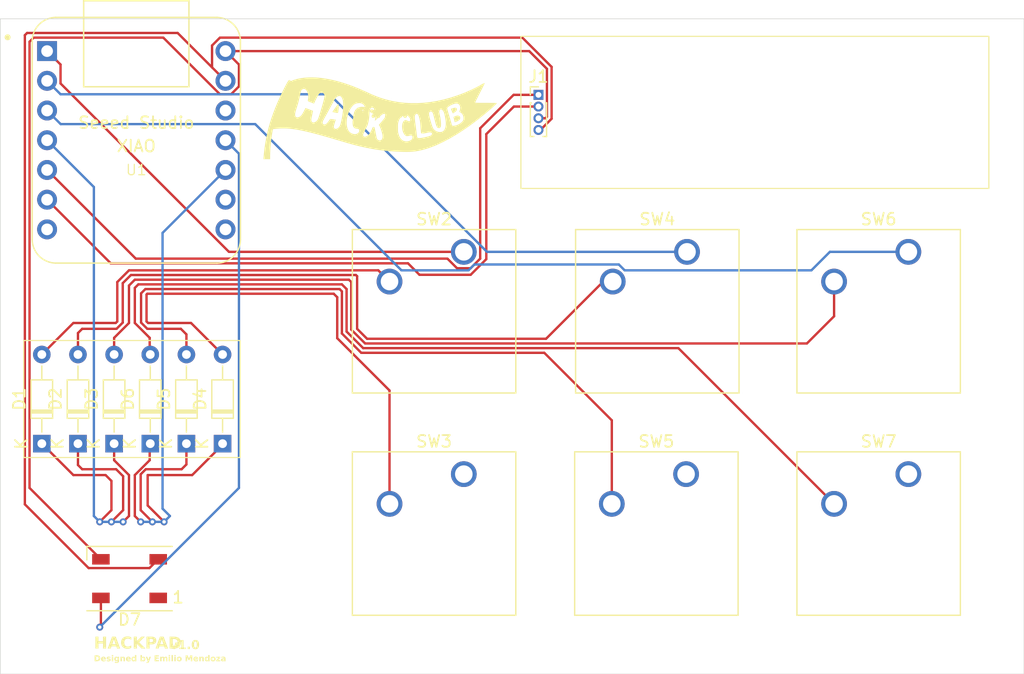
<source format=kicad_pcb>
(kicad_pcb (version 20240108) (generator "pcbnew") (generator_version "8.0")
  (layers (0 "F.Cu" signal) (31 "B.Cu" signal) (34 "B.Paste" user) (35 "F.Paste" user) (36 "B.SilkS" user "B.Silkscreen") (37 "F.SilkS" user "F.Silkscreen") (38 "B.Mask" user) (39 "F.Mask" user) (44 "Edge.Cuts" user))
  (net 0 "")
  (net 1 "GND")
  (net 5 "Net-(D1-A)")
  (net 6 "Col1")
  (net 7 "Net-(D2-A)")
  (net 8 "Net-(D3-A)")
  (net 9 "Net-(D4-A)")
  (net 10 "Net-(D5-A)")
  (net 11 "Net-(D6-A)")
  (net 12 "VCC")
  (net 13 "NEOPIXEL")
  (net 15 "SDA")
  (net 16 "SCL")
  (net 18 "Row1")
  (net 19 "Row2")
  (net 20 "Col2")
  (net 21 "Col3")
  (footprint "Diode_THT:D_DO-34_SOD68_P7.62mm_Horizontal" (layer "F.Cu") (at 104.14 105.815 90)
    (property "Reference" "D2" (at 3.81 -1.92 90) (layer "F.SilkS"))
    (property "Value" "D")
    (fp_text user "K" (at 0 -1.75 90) (layer "F.SilkS"))
    (pad "1" thru_hole rect (at 0 0 90) (size 1.5 1.5) (drill 0.75) (layers "*.Cu" "*.Mask") (net 18 "Row1"))
    (pad "2" thru_hole oval (at 7.62 0 90) (size 1.5 1.5) (drill 0.75) (layers "*.Cu" "*.Mask") (net 7 "Net-(D2-A)"))
  )
  (footprint "Button_Switch_Keyboard:SW_Cherry_MX_1.00u_PCB" (layer "F.Cu") (at 137.12 108.42)
    (property "Reference" "SW3" (at -2.54 -2.794 0) (layer "F.SilkS"))
    (property "Value" "SW_Push")
    (pad "" np_thru_hole circle (at -7.62 5.08) (size 1.7 1.7) (drill 1.7) (layers "*.Cu" "*.Mask"))
    (pad "" np_thru_hole circle (at -2.54 5.08) (size 4 4) (drill 4) (layers "*.Cu" "*.Mask"))
    (pad "" np_thru_hole circle (at 2.54 5.08) (size 1.7 1.7) (drill 1.7) (layers "*.Cu" "*.Mask"))
    (pad "1" thru_hole circle (at 0 0) (size 2.2 2.2) (drill 1.5) (layers "*.Cu" "*.Mask") (net 6 "Col1"))
    (pad "2" thru_hole circle (at -6.35 2.54) (size 2.2 2.2) (drill 1.5) (layers "*.Cu" "*.Mask") (net 9 "Net-(D4-A)"))
  )
  (footprint "Diode_THT:D_DO-34_SOD68_P7.62mm_Horizontal" (layer "F.Cu") (at 113.41 105.815 90)
    (property "Reference" "D5" (at 3.81 -1.92 90) (layer "F.SilkS"))
    (property "Value" "D")
    (fp_text user "K" (at 0 -1.75 90) (layer "F.SilkS"))
    (pad "1" thru_hole rect (at 0 0 90) (size 1.5 1.5) (drill 0.75) (layers "*.Cu" "*.Mask") (net 19 "Row2"))
    (pad "2" thru_hole oval (at 7.62 0 90) (size 1.5 1.5) (drill 0.75) (layers "*.Cu" "*.Mask") (net 10 "Net-(D5-A)"))
  )
  (footprint "Button_Switch_Keyboard:SW_Cherry_MX_1.00u_PCB" (layer "F.Cu") (at 175.12 108.42)
    (property "Reference" "SW7" (at -2.54 -2.794 0) (layer "F.SilkS"))
    (property "Value" "SW_Push")
    (pad "" np_thru_hole circle (at -7.62 5.08) (size 1.7 1.7) (drill 1.7) (layers "*.Cu" "*.Mask"))
    (pad "" np_thru_hole circle (at -2.54 5.08) (size 4 4) (drill 4) (layers "*.Cu" "*.Mask"))
    (pad "" np_thru_hole circle (at 2.54 5.08) (size 1.7 1.7) (drill 1.7) (layers "*.Cu" "*.Mask"))
    (pad "1" thru_hole circle (at 0 0) (size 2.2 2.2) (drill 1.5) (layers "*.Cu" "*.Mask") (net 21 "Col3"))
    (pad "2" thru_hole circle (at -6.35 2.54) (size 2.2 2.2) (drill 1.5) (layers "*.Cu" "*.Mask") (net 11 "Net-(D6-A)"))
  )
  (footprint "Diode_THT:D_DO-34_SOD68_P7.62mm_Horizontal" (layer "F.Cu") (at 101.05 105.815 90)
    (property "Reference" "D1" (at 3.81 -1.92 90) (layer "F.SilkS"))
    (property "Value" "D")
    (fp_text user "K" (at 0 -1.75 90) (layer "F.SilkS"))
    (pad "1" thru_hole rect (at 0 0 90) (size 1.5 1.5) (drill 0.75) (layers "*.Cu" "*.Mask") (net 18 "Row1"))
    (pad "2" thru_hole oval (at 7.62 0 90) (size 1.5 1.5) (drill 0.75) (layers "*.Cu" "*.Mask") (net 5 "Net-(D1-A)"))
  )
  (footprint "LED_SMD:LED_WS2812B_PLCC4_5.0x5.0mm_P3.2mm" (layer "F.Cu") (at 108.55 117.35 180)
    (property "Reference" "D7" (at 0 -3.5 360) (layer "F.SilkS"))
    (property "Value" "NeoPixel_THT")
    (fp_text user "1" (at -4.15 -1.6 360) (layer "F.SilkS"))
    (pad "1" smd rect (at -2.45 -1.65 180) (size 1.5 0.9) (layers "F.Cu" "F.Paste" "F.Mask"))
    (pad "2" smd rect (at -2.45 1.65 180) (size 1.5 0.9) (layers "F.Cu" "F.Paste" "F.Mask") (net 1 "GND"))
    (pad "3" smd rect (at 2.45 1.65 180) (size 1.5 0.9) (layers "F.Cu" "F.Paste" "F.Mask") (net 12 "VCC"))
    (pad "4" smd rect (at 2.45 -1.65 180) (size 1.5 0.9) (layers "F.Cu" "F.Paste" "F.Mask") (net 13 "NEOPIXEL"))
  )
  (footprint "Diode_THT:D_DO-34_SOD68_P7.62mm_Horizontal" (layer "F.Cu") (at 110.32 105.815 90)
    (property "Reference" "D6" (at 3.81 -1.92 90) (layer "F.SilkS"))
    (property "Value" "D")
    (fp_text user "K" (at 0 -1.75 90) (layer "F.SilkS"))
    (pad "1" thru_hole rect (at 0 0 90) (size 1.5 1.5) (drill 0.75) (layers "*.Cu" "*.Mask") (net 19 "Row2"))
    (pad "2" thru_hole oval (at 7.62 0 90) (size 1.5 1.5) (drill 0.75) (layers "*.Cu" "*.Mask") (net 11 "Net-(D6-A)"))
  )
  (footprint "MountingHole:MountingHole_3.2mm_M3" (layer "F.Cu") (at 121.5 97)
    (property "Reference" "REF**" (hide yes))
    (property "Value" "MountingHole_3.2mm_M3")
    (pad "" np_thru_hole circle (at 0 0) (size 3.2 3.2) (drill 3.2) (layers "F&B.Cu" "*.Mask"))
  )
  (footprint "Button_Switch_Keyboard:SW_Cherry_MX_1.00u_PCB" (layer "F.Cu") (at 156.2 89.42)
    (property "Reference" "SW4" (at -2.54 -2.794 0) (layer "F.SilkS"))
    (property "Value" "SW_Push")
    (pad "" np_thru_hole circle (at -7.62 5.08) (size 1.7 1.7) (drill 1.7) (layers "*.Cu" "*.Mask"))
    (pad "" np_thru_hole circle (at -2.54 5.08) (size 4 4) (drill 4) (layers "*.Cu" "*.Mask"))
    (pad "" np_thru_hole circle (at 2.54 5.08) (size 1.7 1.7) (drill 1.7) (layers "*.Cu" "*.Mask"))
    (pad "1" thru_hole circle (at 0 0) (size 2.2 2.2) (drill 1.5) (layers "*.Cu" "*.Mask") (net 20 "Col2"))
    (pad "2" thru_hole circle (at -6.35 2.54) (size 2.2 2.2) (drill 1.5) (layers "*.Cu" "*.Mask") (net 7 "Net-(D2-A)"))
  )
  (footprint "Button_Switch_Keyboard:SW_Cherry_MX_1.00u_PCB" (layer "F.Cu") (at 175.12 89.42)
    (property "Reference" "SW6" (at -2.54 -2.794 0) (layer "F.SilkS"))
    (property "Value" "SW_Push")
    (pad "" np_thru_hole circle (at -7.62 5.08) (size 1.7 1.7) (drill 1.7) (layers "*.Cu" "*.Mask"))
    (pad "" np_thru_hole circle (at -2.54 5.08) (size 4 4) (drill 4) (layers "*.Cu" "*.Mask"))
    (pad "" np_thru_hole circle (at 2.54 5.08) (size 1.7 1.7) (drill 1.7) (layers "*.Cu" "*.Mask"))
    (pad "1" thru_hole circle (at 0 0) (size 2.2 2.2) (drill 1.5) (layers "*.Cu" "*.Mask") (net 21 "Col3"))
    (pad "2" thru_hole circle (at -6.35 2.54) (size 2.2 2.2) (drill 1.5) (layers "*.Cu" "*.Mask") (net 8 "Net-(D3-A)"))
  )
  (footprint "Button_Switch_Keyboard:SW_Cherry_MX_1.00u_PCB" (layer "F.Cu") (at 156.12 108.42)
    (property "Reference" "SW5" (at -2.54 -2.794 0) (layer "F.SilkS"))
    (property "Value" "SW_Push")
    (pad "" np_thru_hole circle (at -7.62 5.08) (size 1.7 1.7) (drill 1.7) (layers "*.Cu" "*.Mask"))
    (pad "" np_thru_hole circle (at -2.54 5.08) (size 4 4) (drill 4) (layers "*.Cu" "*.Mask"))
    (pad "" np_thru_hole circle (at 2.54 5.08) (size 1.7 1.7) (drill 1.7) (layers "*.Cu" "*.Mask"))
    (pad "1" thru_hole circle (at 0 0) (size 2.2 2.2) (drill 1.5) (layers "*.Cu" "*.Mask") (net 20 "Col2"))
    (pad "2" thru_hole circle (at -6.35 2.54) (size 2.2 2.2) (drill 1.5) (layers "*.Cu" "*.Mask") (net 10 "Net-(D5-A)"))
  )
  (footprint "Diode_THT:D_DO-34_SOD68_P7.62mm_Horizontal" (layer "F.Cu") (at 107.23 105.815 90)
    (property "Reference" "D3" (at 3.81 -1.92 90) (layer "F.SilkS"))
    (property "Value" "D")
    (fp_text user "K" (at 0 -1.75 90) (layer "F.SilkS"))
    (pad "1" thru_hole rect (at 0 0 90) (size 1.5 1.5) (drill 0.75) (layers "*.Cu" "*.Mask") (net 18 "Row1"))
    (pad "2" thru_hole oval (at 7.62 0 90) (size 1.5 1.5) (drill 0.75) (layers "*.Cu" "*.Mask") (net 8 "Net-(D3-A)"))
  )
  (footprint "LOGO" (layer "F.Cu") (at 130 78)
    (property "Reference" "G***" (at 0 0 0) (layer "F.SilkS") (effects (font (size 1.5 1.5) (thickness 0.3))))
    (property "Value" "LOGO" (hide yes))
  )
  (footprint "Diode_THT:D_DO-34_SOD68_P7.62mm_Horizontal" (layer "F.Cu") (at 116.5 105.815 90)
    (property "Reference" "D4" (at 3.81 -1.92 90) (layer "F.SilkS"))
    (property "Value" "D")
    (fp_text user "K" (at 0 -1.75 90) (layer "F.SilkS"))
    (pad "1" thru_hole rect (at 0 0 90) (size 1.5 1.5) (drill 0.75) (layers "*.Cu" "*.Mask") (net 19 "Row2"))
    (pad "2" thru_hole oval (at 7.62 0 90) (size 1.5 1.5) (drill 0.75) (layers "*.Cu" "*.Mask") (net 9 "Net-(D4-A)"))
  )
  (footprint "Button_Switch_Keyboard:SW_Cherry_MX_1.00u_PCB" (layer "F.Cu") (at 137.12 89.42)
    (property "Reference" "SW2" (at -2.54 -2.794 0) (layer "F.SilkS"))
    (property "Value" "SW_Push")
    (pad "" np_thru_hole circle (at -7.62 5.08) (size 1.7 1.7) (drill 1.7) (layers "*.Cu" "*.Mask"))
    (pad "" np_thru_hole circle (at -2.54 5.08) (size 4 4) (drill 4) (layers "*.Cu" "*.Mask"))
    (pad "" np_thru_hole circle (at 2.54 5.08) (size 1.7 1.7) (drill 1.7) (layers "*.Cu" "*.Mask"))
    (pad "1" thru_hole circle (at 0 0) (size 2.2 2.2) (drill 1.5) (layers "*.Cu" "*.Mask") (net 6 "Col1"))
    (pad "2" thru_hole circle (at -6.35 2.54) (size 2.2 2.2) (drill 1.5) (layers "*.Cu" "*.Mask") (net 5 "Net-(D1-A)"))
  )
  (footprint "Seeed Studio XIAO Series Library:XIAO-Generic-Thruhole-14P-2.54-21X17.8MM" (layer "F.Cu") (at 109.125 79.88)
    (property "Reference" "U1" (at 0 2.54 0) (layer "F.SilkS") (effects (font (size 0.889 0.889) (thickness 0.1016))))
    (property "Value" "Seeed Studio XIAO SAMD21" (hide yes))
    (fp_text user "Seeed Studio" (at 0 -1.5 0) (layer "F.SilkS"))
    (fp_text user "XIAO" (at 0 0.5 0) (layer "F.SilkS"))
    (pad "1" thru_hole rect (at -7.625 -7.62) (size 1.7 1.7) (drill 1) (layers "*.Cu" "*.Mask") (net 6 "Col1"))
    (pad "2" thru_hole circle (at -7.625 -5.08) (size 1.7 1.7) (drill 1) (layers "*.Cu" "*.Mask") (net 20 "Col2"))
    (pad "3" thru_hole circle (at -7.625 -2.54) (size 1.7 1.7) (drill 1) (layers "*.Cu" "*.Mask") (net 21 "Col3"))
    (pad "4" thru_hole circle (at -7.625 0) (size 1.7 1.7) (drill 1) (layers "*.Cu" "*.Mask") (net 18 "Row1"))
    (pad "5" thru_hole circle (at -7.625 2.54) (size 1.7 1.7) (drill 1) (layers "*.Cu" "*.Mask") (net 15 "SDA"))
    (pad "6" thru_hole circle (at -7.625 5.08 180) (size 1.7 1.7) (drill 1) (layers "*.Cu" "*.Mask") (net 16 "SCL"))
    (pad "7" thru_hole circle (at -7.625 7.62) (size 1.7 1.7) (drill 1) (layers "*.Cu" "*.Mask"))
    (pad "8" thru_hole circle (at 7.625 7.62) (size 1.7 1.7) (drill 1) (layers "*.Cu" "*.Mask"))
    (pad "9" thru_hole circle (at 7.625 5.08) (size 1.7 1.7) (drill 1) (layers "*.Cu" "*.Mask"))
    (pad "10" thru_hole circle (at 7.625 2.54) (size 1.7 1.7) (drill 1) (layers "*.Cu" "*.Mask") (net 19 "Row2"))
    (pad "11" thru_hole circle (at 7.625 0) (size 1.7 1.7) (drill 1) (layers "*.Cu" "*.Mask") (net 13 "NEOPIXEL"))
    (pad "12" thru_hole circle (at 7.625 -2.54) (size 1.7 1.7) (drill 1) (layers "*.Cu" "*.Mask"))
    (pad "13" thru_hole circle (at 7.625 -5.08) (size 1.7 1.7) (drill 1) (layers "*.Cu" "*.Mask") (net 1 "GND"))
    (pad "14" thru_hole circle (at 7.625 -7.62) (size 1.7 1.7) (drill 1) (layers "*.Cu" "*.Mask") (net 12 "VCC"))
  )
  (footprint "Connector_PinHeader_1.00mm:PinHeader_1x04_P1.00mm_Vertical" (layer "F.Cu") (at 143.5 76)
    (property "Reference" "J1" (at 0 -1.56 0) (layer "F.SilkS"))
    (property "Value" "Oled Pins")
    (pad "1" thru_hole rect (at 0 0) (size 0.85 0.85) (drill 0.5) (layers "*.Cu" "*.Mask") (net 15 "SDA"))
    (pad "2" thru_hole oval (at 0 1) (size 0.85 0.85) (drill 0.5) (layers "*.Cu" "*.Mask") (net 16 "SCL"))
    (pad "3" thru_hole oval (at 0 2) (size 0.85 0.85) (drill 0.5) (layers "*.Cu" "*.Mask") (net 12 "VCC"))
    (pad "4" thru_hole oval (at 0 3) (size 0.85 0.85) (drill 0.5) (layers "*.Cu" "*.Mask") (net 1 "GND"))
  )
  (gr_rect (start 99.5 97) (end 118 107) (stroke (width 0.1)) (fill none) (layer "F.SilkS"))
  (gr_rect (start 142 71) (end 182 84) (stroke (width 0.1)) (fill none) (layer "F.SilkS"))
  (gr_rect (start 97.5 69.5) (end 185 125.5) (stroke (width 0.05)) (fill none) (layer "Edge.Cuts"))
  (gr_text "Designed by Emilio Mendoza" (at 105.5 124.5 0) (layer "F.SilkS") (effects (font (size 0.5 0.5) (thickness 0.125) (bold yes)) (justify left bottom)))
  (gr_text "v1.0" (at 112 123.5 0) (layer "F.SilkS") (effects (font (size 0.75 0.75) (thickness 0.1875) (bold yes)) (justify left bottom)))
  (gr_text "HACKPAD" (at 105.5 123.5 0) (layer "F.SilkS") (effects (font (size 1 1) (thickness 0.2) (bold yes)) (justify left bottom)))
  (segment (start 142.125686 71.11) (end 116.273654 71.11) (width 0.2) (layer "F.Cu") (net 1))
  (segment (start 111 115.7) (end 110.25 116.45) (width 0.2) (layer "F.Cu") (net 1))
  (segment (start 105.05 116.45) (end 99.6 111) (width 0.2) (layer "F.Cu") (net 1))
  (segment (start 110.25 116.45) (end 105.05 116.45) (width 0.2) (layer "F.Cu") (net 1))
  (segment (start 99.6 111) (end 99.6 70.9) (width 0.2) (layer "F.Cu") (net 1))
  (segment (start 116.273654 71.11) (end 115.6 71.783654) (width 0.2) (layer "F.Cu") (net 1))
  (segment (start 115.6 71.783654) (end 115.6 73.65) (width 0.2) (layer "F.Cu") (net 1))
  (segment (start 115.6 73.65) (end 116.75 74.8) (width 0.2) (layer "F.Cu") (net 1))
  (segment (start 143.666726 79) (end 143.5 79) (width 0.2) (layer "F.Cu") (net 1))
  (segment (start 112.66 70.71) (end 115.6 73.65) (width 0.2) (layer "F.Cu") (net 1))
  (segment (start 144.625 78.041726) (end 143.666726 79) (width 0.2) (layer "F.Cu") (net 1))
  (segment (start 144.625 73.609314) (end 142.125686 71.11) (width 0.2) (layer "F.Cu") (net 1))
  (segment (start 144.625 73.609314) (end 144.625 78.041726) (width 0.2) (layer "F.Cu") (net 1))
  (segment (start 99.6 70.9) (end 99.79 70.71) (width 0.2) (layer "F.Cu") (net 1))
  (segment (start 99.79 70.71) (end 112.66 70.71) (width 0.2) (layer "F.Cu") (net 1))
  (segment (start 129.81 91) (end 130.77 91.96) (width 0.2) (layer "F.Cu") (net 5))
  (segment (start 107.5 95.368628) (end 107.5 92) (width 0.2) (layer "F.Cu") (net 5))
  (segment (start 107.368628 95.5) (end 107.5 95.368628) (width 0.2) (layer "F.Cu") (net 5))
  (segment (start 108.5 91) (end 129.81 91) (width 0.2) (layer "F.Cu") (net 5))
  (segment (start 103.745 95.5) (end 107.368628 95.5) (width 0.2) (layer "F.Cu") (net 5))
  (segment (start 101.05 98.195) (end 103.745 95.5) (width 0.2) (layer "F.Cu") (net 5))
  (segment (start 107.5 92) (end 108.5 91) (width 0.2) (layer "F.Cu") (net 5))
  (segment (start 102.65 73.41) (end 101.5 72.26) (width 0.2) (layer "F.Cu") (net 6))
  (segment (start 102.65 75.026346) (end 102.65 73.41) (width 0.2) (layer "F.Cu") (net 6))
  (segment (start 137.12 89.42) (end 117.043654 89.42) (width 0.2) (layer "F.Cu") (net 6))
  (segment (start 117.043654 89.42) (end 102.65 75.026346) (width 0.2) (layer "F.Cu") (net 6))
  (segment (start 107.967157 95.467157) (end 107.967157 92.098529) (width 0.2) (layer "F.Cu") (net 7))
  (segment (start 104.14 98.195) (end 104.14 96.36) (width 0.2) (layer "F.Cu") (net 7))
  (segment (start 104.14 96.36) (end 104.5 96) (width 0.2) (layer "F.Cu") (net 7))
  (segment (start 107.967157 92.098529) (end 108.665686 91.4) (width 0.2) (layer "F.Cu") (net 7))
  (segment (start 127.9 91.4) (end 128 91.5) (width 0.2) (layer "F.Cu") (net 7))
  (segment (start 107.434314 96) (end 107.967157 95.467157) (width 0.2) (layer "F.Cu") (net 7))
  (segment (start 128 96) (end 128.85 96.85) (width 0.2) (layer "F.Cu") (net 7))
  (segment (start 108.665686 91.4) (end 127.9 91.4) (width 0.2) (layer "F.Cu") (net 7))
  (segment (start 104.5 96) (end 107.434314 96) (width 0.2) (layer "F.Cu") (net 7))
  (segment (start 128 91.5) (end 128 96) (width 0.2) (layer "F.Cu") (net 7))
  (segment (start 149.04 91.96) (end 149.85 91.96) (width 0.2) (layer "F.Cu") (net 7))
  (segment (start 128.85 96.85) (end 144.15 96.85) (width 0.2) (layer "F.Cu") (net 7))
  (segment (start 144.15 96.85) (end 149.04 91.96) (width 0.2) (layer "F.Cu") (net 7))
  (segment (start 128.684314 97.25) (end 166.447056 97.25) (width 0.2) (layer "F.Cu") (net 8))
  (segment (start 107.23 96.77) (end 108.5 95.5) (width 0.2) (layer "F.Cu") (net 8))
  (segment (start 109 91.8) (end 127.3 91.8) (width 0.2) (layer "F.Cu") (net 8))
  (segment (start 108.5 92.3) (end 109 91.8) (width 0.2) (layer "F.Cu") (net 8))
  (segment (start 127.3 91.8) (end 127.5 92) (width 0.2) (layer "F.Cu") (net 8))
  (segment (start 108.5 95.5) (end 108.5 92.3) (width 0.2) (layer "F.Cu") (net 8))
  (segment (start 107.23 98.195) (end 107.23 96.77) (width 0.2) (layer "F.Cu") (net 8))
  (segment (start 166.447056 97.25) (end 168.77 94.927056) (width 0.2) (layer "F.Cu") (net 8))
  (segment (start 168.77 94.927056) (end 168.77 91.96) (width 0.2) (layer "F.Cu") (net 8))
  (segment (start 127.5 92) (end 127.5 96.065686) (width 0.2) (layer "F.Cu") (net 8))
  (segment (start 127.5 96.065686) (end 128.684314 97.25) (width 0.2) (layer "F.Cu") (net 8))
  (segment (start 110.131372 95.5) (end 110 95.368628) (width 0.2) (layer "F.Cu") (net 9))
  (segment (start 130.77 101.27) (end 130.77 110.96) (width 0.2) (layer "F.Cu") (net 9))
  (segment (start 110 93.065686) (end 110.065686 93) (width 0.2) (layer "F.Cu") (net 9))
  (segment (start 116.5 98.195) (end 113.805 95.5) (width 0.2) (layer "F.Cu") (net 9))
  (segment (start 110 95.368628) (end 110 93.065686) (width 0.2) (layer "F.Cu") (net 9))
  (segment (start 126.3 96.8) (end 130.77 101.27) (width 0.2) (layer "F.Cu") (net 9))
  (segment (start 126.3 93.3) (end 126.3 96.8) (width 0.2) (layer "F.Cu") (net 9))
  (segment (start 110.065686 93) (end 126 93) (width 0.2) (layer "F.Cu") (net 9))
  (segment (start 113.805 95.5) (end 110.131372 95.5) (width 0.2) (layer "F.Cu") (net 9))
  (segment (start 126 93) (end 126.3 93.3) (width 0.2) (layer "F.Cu") (net 9))
  (segment (start 113.41 98.195) (end 113.41 96.475686) (width 0.2) (layer "F.Cu") (net 10))
  (segment (start 126.7 96.397058) (end 128.352942 98.05) (width 0.2) (layer "F.Cu") (net 10))
  (segment (start 112.934314 96) (end 110.065686 96) (width 0.2) (layer "F.Cu") (net 10))
  (segment (start 113.41 96.475686) (end 112.934314 96) (width 0.2) (layer "F.Cu") (net 10))
  (segment (start 149.77 103.82) (end 149.77 110.96) (width 0.2) (layer "F.Cu") (net 10))
  (segment (start 144 98.05) (end 149.77 103.82) (width 0.2) (layer "F.Cu") (net 10))
  (segment (start 110.065686 96) (end 109.532843 95.467157) (width 0.2) (layer "F.Cu") (net 10))
  (segment (start 109.9 92.6) (end 126.5 92.6) (width 0.2) (layer "F.Cu") (net 10))
  (segment (start 126.7 92.8) (end 126.7 96.397058) (width 0.2) (layer "F.Cu") (net 10))
  (segment (start 109.532843 92.967157) (end 109.9 92.6) (width 0.2) (layer "F.Cu") (net 10))
  (segment (start 126.5 92.6) (end 126.7 92.8) (width 0.2) (layer "F.Cu") (net 10))
  (segment (start 109.532843 95.467157) (end 109.532843 92.967157) (width 0.2) (layer "F.Cu") (net 10))
  (segment (start 128.352942 98.05) (end 144 98.05) (width 0.2) (layer "F.Cu") (net 10))
  (segment (start 110.27 98.195) (end 110.27 96.77) (width 0.2) (layer "F.Cu") (net 11))
  (segment (start 155.46 97.65) (end 168.77 110.96) (width 0.2) (layer "F.Cu") (net 11))
  (segment (start 109 92.5) (end 109.3 92.2) (width 0.2) (layer "F.Cu") (net 11))
  (segment (start 128.518628 97.65) (end 155.46 97.65) (width 0.2) (layer "F.Cu") (net 11))
  (segment (start 109.3 92.2) (end 126.7 92.2) (width 0.2) (layer "F.Cu") (net 11))
  (segment (start 109 95.5) (end 109 92.5) (width 0.2) (layer "F.Cu") (net 11))
  (segment (start 127.1 96.231372) (end 128.518628 97.65) (width 0.2) (layer "F.Cu") (net 11))
  (segment (start 126.7 92.2) (end 127.1 92.6) (width 0.2) (layer "F.Cu") (net 11))
  (segment (start 127.1 92.6) (end 127.1 96.231372) (width 0.2) (layer "F.Cu") (net 11))
  (segment (start 110.27 96.77) (end 109 95.5) (width 0.2) (layer "F.Cu") (net 11))
  (segment (start 100.35 71.11) (end 111.433654 71.11) (width 0.2) (layer "F.Cu") (net 12))
  (segment (start 144.10104 78) (end 143.5 78) (width 0.2) (layer "F.Cu") (net 12))
  (segment (start 117.226346 75.95) (end 117.9 75.276346) (width 0.2) (layer "F.Cu") (net 12))
  (segment (start 100 109.6) (end 100 71.46) (width 0.2) (layer "F.Cu") (net 12))
  (segment (start 116.273654 75.95) (end 117.226346 75.95) (width 0.2) (layer "F.Cu") (net 12))
  (segment (start 144.225 73.775) (end 144.225 77.87604) (width 0.2) (layer "F.Cu") (net 12))
  (segment (start 142.71 72.26) (end 116.75 72.26) (width 0.2) (layer "F.Cu") (net 12))
  (segment (start 117.9 73.41) (end 116.75 72.26) (width 0.2) (layer "F.Cu") (net 12))
  (segment (start 117.9 75.276346) (end 117.9 73.41) (width 0.2) (layer "F.Cu") (net 12))
  (segment (start 144.225 73.775) (end 142.71 72.26) (width 0.2) (layer "F.Cu") (net 12))
  (segment (start 100 71.46) (end 100.35 71.11) (width 0.2) (layer "F.Cu") (net 12))
  (segment (start 144.225 77.87604) (end 144.10104 78) (width 0.2) (layer "F.Cu") (net 12))
  (segment (start 106.1 115.7) (end 100 109.6) (width 0.2) (layer "F.Cu") (net 12))
  (segment (start 111.433654 71.11) (end 116.273654 75.95) (width 0.2) (layer "F.Cu") (net 12))
  (segment (start 106.1 121.4) (end 106 121.5) (width 0.2) (layer "F.Cu") (net 13))
  (segment (start 106.1 119) (end 106.1 121.4) (width 0.2) (layer "F.Cu") (net 13))
  (via (at 106 121.5) (size 0.6) (drill 0.3) (layers "F.Cu" "B.Cu") (net 13))
  (segment (start 106 121.5) (end 117.9 109.6) (width 0.2) (layer "B.Cu") (net 13))
  (segment (start 117.9 81.03) (end 116.75 79.88) (width 0.2) (layer "B.Cu") (net 13))
  (segment (start 117.9 109.6) (end 117.9 81.03) (width 0.2) (layer "B.Cu") (net 13))
  (segment (start 138.52 89.999899) (end 137.699899 90.82) (width 0.2) (layer "F.Cu") (net 15))
  (segment (start 141.375 76) (end 143.5 76) (width 0.2) (layer "F.Cu") (net 15))
  (segment (start 138.52 78.855) (end 138.52 89.999899) (width 0.2) (layer "F.Cu") (net 15))
  (segment (start 109.079899 89.999899) (end 101.5 82.42) (width 0.2) (layer "F.Cu") (net 15))
  (segment (start 136.540101 90.82) (end 135.72 89.999899) (width 0.2) (layer "F.Cu") (net 15))
  (segment (start 138.52 78.855) (end 141.375 76) (width 0.2) (layer "F.Cu") (net 15))
  (segment (start 135.72 89.999899) (end 109.079899 89.999899) (width 0.2) (layer "F.Cu") (net 15))
  (segment (start 137.699899 90.82) (end 136.540101 90.82) (width 0.2) (layer "F.Cu") (net 15))
  (segment (start 139.042793 79.356167) (end 141.39896 77) (width 0.2) (layer "F.Cu") (net 16))
  (segment (start 132.349596 90.399899) (end 106.939899 90.399899) (width 0.2) (layer "F.Cu") (net 16))
  (segment (start 139.042793 79.356167) (end 139.042793 90.042793) (width 0.2) (layer "F.Cu") (net 16))
  (segment (start 139.042793 90.042793) (end 137.705484 91.380101) (width 0.2) (layer "F.Cu") (net 16))
  (segment (start 106.939899 90.399899) (end 101.5 84.96) (width 0.2) (layer "F.Cu") (net 16))
  (segment (start 141.39896 77) (end 143.5 77) (width 0.2) (layer "F.Cu") (net 16))
  (segment (start 133.329798 91.380101) (end 132.349596 90.399899) (width 0.2) (layer "F.Cu") (net 16))
  (segment (start 137.705484 91.380101) (end 133.329798 91.380101) (width 0.2) (layer "F.Cu") (net 16))
  (segment (start 108.5 112) (end 108.5 108.5) (width 0.2) (layer "F.Cu") (net 18))
  (segment (start 108 111.5) (end 107 112.5) (width 0.2) (layer "F.Cu") (net 18))
  (segment (start 107.23 107.23) (end 107.23 105.805) (width 0.2) (layer "F.Cu") (net 18))
  (segment (start 104.5 108) (end 107.4 108) (width 0.2) (layer "F.Cu") (net 18))
  (segment (start 107 109) (end 107 111.5) (width 0.2) (layer "F.Cu") (net 18))
  (segment (start 101.05 105.805) (end 103.745 108.5) (width 0.2) (layer "F.Cu") (net 18))
  (segment (start 108.5 108.5) (end 107.23 107.23) (width 0.2) (layer "F.Cu") (net 18))
  (segment (start 106.5 108.5) (end 107 109) (width 0.2) (layer "F.Cu") (net 18))
  (segment (start 107 111.5) (end 106 112.5) (width 0.2) (layer "F.Cu") (net 18))
  (segment (start 108 112.5) (end 108.5 112) (width 0.2) (layer "F.Cu") (net 18))
  (segment (start 108 108.6) (end 108 111.5) (width 0.2) (layer "F.Cu") (net 18))
  (segment (start 104.14 105.805) (end 104.14 107.64) (width 0.2) (layer "F.Cu") (net 18))
  (segment (start 103.745 108.5) (end 106.5 108.5) (width 0.2) (layer "F.Cu") (net 18))
  (segment (start 104.14 107.64) (end 104.5 108) (width 0.2) (layer "F.Cu") (net 18))
  (segment (start 107.4 108) (end 108 108.6) (width 0.2) (layer "F.Cu") (net 18))
  (via (at 107 112.5) (size 0.6) (drill 0.3) (layers "F.Cu" "B.Cu") (net 18))
  (via (at 106 112.5) (size 0.6) (drill 0.3) (layers "F.Cu" "B.Cu") (net 18))
  (via (at 108 112.5) (size 0.6) (drill 0.3) (layers "F.Cu" "B.Cu") (net 18))
  (segment (start 105.5 112) (end 105.5 83.88) (width 0.2) (layer "B.Cu") (net 18))
  (segment (start 105.5 83.88) (end 101.5 79.88) (width 0.2) (layer "B.Cu") (net 18))
  (segment (start 106 112.5) (end 105.5 112) (width 0.2) (layer "B.Cu") (net 18))
  (segment (start 108 112.5) (end 107 112.5) (width 0.2) (layer "B.Cu") (net 18))
  (segment (start 107 112.5) (end 106 112.5) (width 0.2) (layer "B.Cu") (net 18))
  (segment (start 109 108.5) (end 110.27 107.23) (width 0.2) (layer "F.Cu") (net 19))
  (segment (start 113.41 107.59) (end 113 108) (width 0.2) (layer "F.Cu") (net 19))
  (segment (start 109 112) (end 109 108.5) (width 0.2) (layer "F.Cu") (net 19))
  (segment (start 113 108) (end 109.934315 108) (width 0.2) (layer "F.Cu") (net 19))
  (segment (start 111.5 112.5) (end 110.0975 111.0975) (width 0.2) (layer "F.Cu") (net 19))
  (segment (start 110.0975 111.0975) (end 110.0975 108.5) (width 0.2) (layer "F.Cu") (net 19))
  (segment (start 113.41 105.805) (end 113.41 107.59) (width 0.2) (layer "F.Cu") (net 19))
  (segment (start 110.0975 108.5) (end 113.9025 108.5) (width 0.2) (layer "F.Cu") (net 19))
  (segment (start 109.934315 108) (end 109.5 108.434315) (width 0.2) (layer "F.Cu") (net 19))
  (segment (start 113.9025 108.5) (end 116.5975 105.805) (width 0.2) (layer "F.Cu") (net 19))
  (segment (start 109.5 111.5) (end 109.5 108.434315) (width 0.2) (layer "F.Cu") (net 19))
  (segment (start 109.5 112.5) (end 109 112) (width 0.2) (layer "F.Cu") (net 19))
  (segment (start 110.27 107.23) (end 110.27 105.805) (width 0.2) (layer "F.Cu") (net 19))
  (segment (start 110.5 112.5) (end 109.5 111.5) (width 0.2) (layer "F.Cu") (net 19))
  (via (at 109.5 112.5) (size 0.6) (drill 0.3) (layers "F.Cu" "B.Cu") (net 19))
  (via (at 111.5 112.5) (size 0.6) (drill 0.3) (layers "F.Cu" "B.Cu") (net 19))
  (via (at 110.5 112.5) (size 0.6) (drill 0.3) (layers "F.Cu" "B.Cu") (net 19))
  (segment (start 111.5 112.5) (end 112 112) (width 0.2) (layer "B.Cu") (net 19))
  (segment (start 110.5 112.5) (end 109.5 112.5) (width 0.2) (layer "B.Cu") (net 19))
  (segment (start 112 112) (end 111.37 111.37) (width 0.2) (layer "B.Cu") (net 19))
  (segment (start 111.37 87.8) (end 116.75 82.42) (width 0.2) (layer "B.Cu") (net 19))
  (segment (start 111.5 112.5) (end 110.5 112.5) (width 0.2) (layer "B.Cu") (net 19))
  (segment (start 111.37 111.37) (end 111.37 87.8) (width 0.2) (layer "B.Cu") (net 19))
  (segment (start 102.65 75.95) (end 101.5 74.8) (width 0.2) (layer "B.Cu") (net 20))
  (segment (start 139.099899 89.42) (end 125.629899 75.95) (width 0.2) (layer "B.Cu") (net 20))
  (segment (start 156.2 89.42) (end 139.099899 89.42) (width 0.2) (layer "B.Cu") (net 20))
  (segment (start 125.629899 75.95) (end 102.65 75.95) (width 0.2) (layer "B.Cu") (net 20))
  (segment (start 150.369899 90.5) (end 138.019899 90.5) (width 0.2) (layer "B.Cu") (net 21))
  (segment (start 131.789899 91) (end 119.289899 78.5) (width 0.2) (layer "B.Cu") (net 21))
  (segment (start 119.289899 78.5) (end 102.66 78.5) (width 0.2) (layer "B.Cu") (net 21))
  (segment (start 166.830101 91) (end 150.869899 91) (width 0.2) (layer "B.Cu") (net 21))
  (segment (start 175.12 89.42) (end 168.410101 89.42) (width 0.2) (layer "B.Cu") (net 21))
  (segment (start 138.019899 90.5) (end 137.519899 91) (width 0.2) (layer "B.Cu") (net 21))
  (segment (start 102.66 78.5) (end 101.5 77.34) (width 0.2) (layer "B.Cu") (net 21))
  (segment (start 137.519899 91) (end 131.789899 91) (width 0.2) (layer "B.Cu") (net 21))
  (segment (start 150.869899 91) (end 150.369899 90.5) (width 0.2) (layer "B.Cu") (net 21))
  (segment (start 168.410101 89.42) (end 166.830101 91) (width 0.2) (layer "B.Cu") (net 21))
)
</source>
